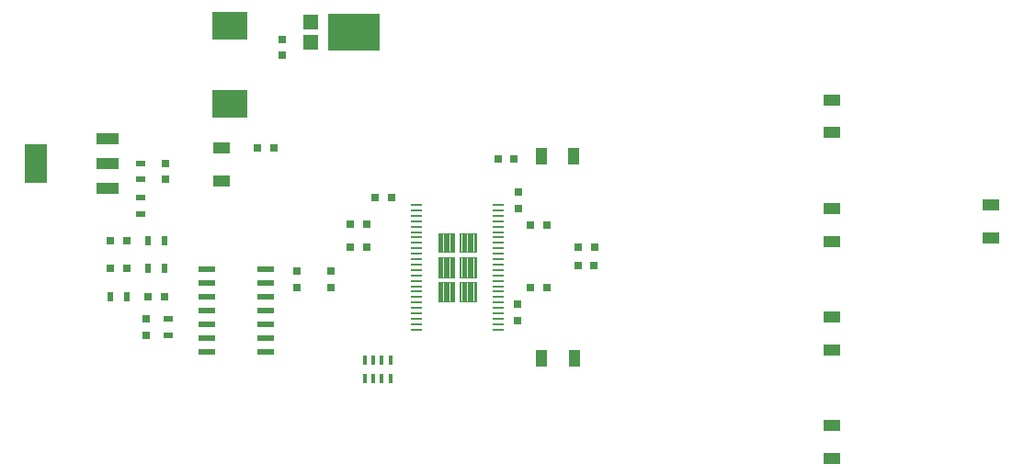
<source format=gtp>
G04 #@! TF.FileFunction,Paste,Top*
%FSLAX46Y46*%
G04 Gerber Fmt 4.6, Leading zero omitted, Abs format (unit mm)*
G04 Created by KiCad (PCBNEW 4.0.2-stable) date 19.06.2016 23:35:53*
%MOMM*%
G01*
G04 APERTURE LIST*
%ADD10C,0.100000*%
%ADD11R,2.032000X3.657600*%
%ADD12R,2.032000X1.016000*%
%ADD13R,0.800000X0.750000*%
%ADD14R,1.000000X1.600000*%
%ADD15R,0.900000X0.500000*%
%ADD16R,1.500000X0.600000*%
%ADD17R,0.750000X0.800000*%
%ADD18R,1.600000X1.000000*%
%ADD19R,0.797560X0.797560*%
%ADD20R,0.500000X0.900000*%
%ADD21R,0.400000X0.900000*%
%ADD22R,3.200000X2.600000*%
%ADD23R,1.000000X0.285000*%
%ADD24R,4.860000X3.360000*%
%ADD25R,1.400000X1.390000*%
G04 APERTURE END LIST*
D10*
X144410000Y-74100000D02*
X144410000Y-75900000D01*
X144310000Y-74100000D02*
X144310000Y-75900000D01*
X144210000Y-74100000D02*
X144210000Y-75900000D01*
X144110000Y-74100000D02*
X144110000Y-75900000D01*
X144010000Y-74100000D02*
X144010000Y-75900000D01*
X143910000Y-74100000D02*
X143910000Y-75900000D01*
X143810000Y-74100000D02*
X143810000Y-75900000D01*
X143710000Y-74100000D02*
X143710000Y-75900000D01*
X143610000Y-74100000D02*
X143610000Y-75900000D01*
X143510000Y-74100000D02*
X143510000Y-75900000D01*
X143410000Y-74100000D02*
X143410000Y-75900000D01*
X143310000Y-74100000D02*
X143310000Y-75900000D01*
X143210000Y-74100000D02*
X143210000Y-75900000D01*
X143110000Y-74100000D02*
X143110000Y-75900000D01*
X144410000Y-71850000D02*
X144410000Y-73600000D01*
X144310000Y-71850000D02*
X144310000Y-73600000D01*
X144210000Y-71850000D02*
X144210000Y-73600000D01*
X144110000Y-71850000D02*
X144110000Y-73600000D01*
X144010000Y-71850000D02*
X144010000Y-73600000D01*
X143910000Y-71850000D02*
X143910000Y-73600000D01*
X143810000Y-71850000D02*
X143810000Y-73600000D01*
X143710000Y-71850000D02*
X143710000Y-73600000D01*
X143610000Y-71850000D02*
X143610000Y-73550000D01*
X143510000Y-71850000D02*
X143510000Y-73600000D01*
X143410000Y-71850000D02*
X143410000Y-73600000D01*
X143310000Y-71850000D02*
X143310000Y-73600000D01*
X143210000Y-71850000D02*
X143210000Y-73600000D01*
X143110000Y-71850000D02*
X143110000Y-73600000D01*
X144510000Y-73600000D02*
X143010000Y-73600000D01*
X144510000Y-71850000D02*
X144510000Y-73600000D01*
X143010000Y-71850000D02*
X144510000Y-71850000D01*
X143010000Y-73600000D02*
X143010000Y-71850000D01*
X144510000Y-75900000D02*
X143010000Y-75900000D01*
X143010000Y-74100000D02*
X144510000Y-74100000D01*
X144510000Y-74100000D02*
X144510000Y-75900000D01*
X143010000Y-75900000D02*
X143010000Y-74100000D01*
X143210000Y-76400000D02*
X143210000Y-78150000D01*
X143610000Y-76400000D02*
X143610000Y-78100000D01*
X143710000Y-76400000D02*
X143710000Y-78150000D01*
X143810000Y-76400000D02*
X143810000Y-78150000D01*
X143910000Y-76400000D02*
X143910000Y-78150000D01*
X144010000Y-76400000D02*
X144010000Y-78150000D01*
X144110000Y-76400000D02*
X144110000Y-78150000D01*
X144210000Y-76400000D02*
X144210000Y-78150000D01*
X144510000Y-78150000D02*
X143010000Y-78150000D01*
X143010000Y-78150000D02*
X143010000Y-76400000D01*
X143110000Y-76400000D02*
X143110000Y-78150000D01*
X144310000Y-76400000D02*
X144310000Y-78150000D01*
X144410000Y-76400000D02*
X144410000Y-78150000D01*
X144510000Y-76400000D02*
X144510000Y-78150000D01*
X143010000Y-76400000D02*
X144510000Y-76400000D01*
X143310000Y-76400000D02*
X143310000Y-78150000D01*
X143410000Y-76400000D02*
X143410000Y-78150000D01*
X143510000Y-76400000D02*
X143510000Y-78150000D01*
X145210000Y-74100000D02*
X145210000Y-75900000D01*
X145610000Y-74100000D02*
X145610000Y-75900000D01*
X145710000Y-74100000D02*
X145710000Y-75900000D01*
X145810000Y-74100000D02*
X145810000Y-75900000D01*
X146510000Y-78150000D02*
X145010000Y-78150000D01*
X145010000Y-78150000D02*
X145010000Y-76400000D01*
X145210000Y-76400000D02*
X145210000Y-78150000D01*
X145310000Y-76400000D02*
X145310000Y-78150000D01*
X146010000Y-76400000D02*
X146010000Y-78150000D01*
X146110000Y-76400000D02*
X146110000Y-78150000D01*
X146410000Y-76400000D02*
X146410000Y-78150000D01*
X146310000Y-76400000D02*
X146310000Y-78150000D01*
X146210000Y-76400000D02*
X146210000Y-78150000D01*
X146510000Y-76400000D02*
X146510000Y-78150000D01*
X145010000Y-76400000D02*
X146510000Y-76400000D01*
X145110000Y-76400000D02*
X145110000Y-78150000D01*
X145410000Y-76400000D02*
X145410000Y-78150000D01*
X145910000Y-76400000D02*
X145910000Y-78150000D01*
X145710000Y-76400000D02*
X145710000Y-78150000D01*
X145610000Y-76400000D02*
X145610000Y-78100000D01*
X145810000Y-76400000D02*
X145810000Y-78150000D01*
X145510000Y-76400000D02*
X145510000Y-78150000D01*
X146510000Y-74100000D02*
X146510000Y-75900000D01*
X146510000Y-75900000D02*
X145010000Y-75900000D01*
X145010000Y-75900000D02*
X145010000Y-74100000D01*
X145110000Y-74100000D02*
X145110000Y-75900000D01*
X146310000Y-74100000D02*
X146310000Y-75900000D01*
X146410000Y-74100000D02*
X146410000Y-75900000D01*
X145010000Y-74100000D02*
X146510000Y-74100000D01*
X145310000Y-74100000D02*
X145310000Y-75900000D01*
X145410000Y-74100000D02*
X145410000Y-75900000D01*
X145510000Y-74100000D02*
X145510000Y-75900000D01*
X145910000Y-74100000D02*
X145910000Y-75900000D01*
X146010000Y-74100000D02*
X146010000Y-75900000D01*
X146110000Y-74100000D02*
X146110000Y-75900000D01*
X146210000Y-74100000D02*
X146210000Y-75900000D01*
X145010000Y-71850000D02*
X146510000Y-71850000D01*
X145210000Y-71850000D02*
X145210000Y-73600000D01*
X146410000Y-71850000D02*
X146410000Y-73600000D01*
X146510000Y-71850000D02*
X146510000Y-73600000D01*
X146010000Y-71850000D02*
X146010000Y-73600000D01*
X146310000Y-71850000D02*
X146310000Y-73600000D01*
X146110000Y-71850000D02*
X146110000Y-73600000D01*
X145910000Y-71850000D02*
X145910000Y-73600000D01*
X146210000Y-71850000D02*
X146210000Y-73600000D01*
X146510000Y-73600000D02*
X145010000Y-73600000D01*
X145310000Y-71850000D02*
X145310000Y-73600000D01*
X145010000Y-73600000D02*
X145010000Y-71850000D01*
X145110000Y-71850000D02*
X145110000Y-73600000D01*
X145410000Y-71850000D02*
X145410000Y-73600000D01*
X145810000Y-71850000D02*
X145810000Y-73600000D01*
X145710000Y-71850000D02*
X145710000Y-73600000D01*
X145510000Y-71850000D02*
X145510000Y-73600000D01*
X145610000Y-71850000D02*
X145610000Y-73550000D01*
D11*
X105918000Y-65405000D03*
D12*
X112522000Y-65405000D03*
X112522000Y-63119000D03*
X112522000Y-67691000D03*
D13*
X148513800Y-64998600D03*
X150013800Y-64998600D03*
D14*
X152506560Y-64770000D03*
X155506560Y-64770000D03*
D15*
X118110000Y-79768000D03*
X118110000Y-81268000D03*
D16*
X121723200Y-75184000D03*
X121723200Y-76454000D03*
X121723200Y-77724000D03*
X121723200Y-78994000D03*
X121723200Y-80264000D03*
X121723200Y-81534000D03*
X121723200Y-82804000D03*
X127123200Y-82804000D03*
X127123200Y-81534000D03*
X127123200Y-80264000D03*
X127123200Y-78994000D03*
X127123200Y-77724000D03*
X127123200Y-76454000D03*
X127123200Y-75184000D03*
D13*
X116292738Y-77724000D03*
X117792738Y-77724000D03*
D17*
X116078000Y-81268000D03*
X116078000Y-79768000D03*
X133159500Y-75386500D03*
X133159500Y-76886500D03*
D13*
X134933000Y-70993000D03*
X136433000Y-70993000D03*
X134933000Y-73152000D03*
X136433000Y-73152000D03*
X137198680Y-68559680D03*
X138698680Y-68559680D03*
X157397460Y-73149460D03*
X155897460Y-73149460D03*
D17*
X150389600Y-69605020D03*
X150389600Y-68105020D03*
X150361660Y-78392020D03*
X150361660Y-79892020D03*
D13*
X153045300Y-71117460D03*
X151545300Y-71117460D03*
X153042760Y-76868020D03*
X151542760Y-76868020D03*
X157390540Y-74848720D03*
X155890540Y-74848720D03*
D14*
X152530560Y-83367880D03*
X155530560Y-83367880D03*
D18*
X179287180Y-62600000D03*
X179287180Y-59600000D03*
X179264320Y-72600000D03*
X179264320Y-69600000D03*
X179264320Y-82600000D03*
X179264320Y-79600000D03*
X179271940Y-92600000D03*
X179271940Y-89600000D03*
D19*
X112803700Y-75057000D03*
X114302300Y-75057000D03*
X112803700Y-72511250D03*
X114302300Y-72511250D03*
D20*
X112803000Y-77724000D03*
X114303000Y-77724000D03*
X116292738Y-75051250D03*
X117792738Y-75051250D03*
D15*
X115570000Y-66905000D03*
X115570000Y-65405000D03*
D20*
X116292738Y-72511250D03*
X117792738Y-72511250D03*
D15*
X115570000Y-68592000D03*
X115570000Y-70092000D03*
D17*
X129984500Y-75377040D03*
X129984500Y-76877040D03*
X117856000Y-65417000D03*
X117856000Y-66917000D03*
D18*
X123063000Y-64008000D03*
X123063000Y-67008000D03*
D21*
X137826700Y-83592300D03*
X137026700Y-83592300D03*
X138626700Y-83592300D03*
X136226700Y-83592300D03*
X138626700Y-85292300D03*
X137826700Y-85292300D03*
X137026700Y-85292300D03*
X136226700Y-85292300D03*
D18*
X193929000Y-69263000D03*
X193929000Y-72263000D03*
D13*
X127877000Y-64008000D03*
X126377000Y-64008000D03*
D17*
X128651000Y-53975000D03*
X128651000Y-55475000D03*
D22*
X123825000Y-59905000D03*
X123825000Y-52705000D03*
D23*
X141010000Y-69250000D03*
X141010000Y-69750000D03*
X141010000Y-70250000D03*
X141010000Y-70750000D03*
X141010000Y-71250000D03*
X141010000Y-71750000D03*
X141010000Y-72250000D03*
X141010000Y-72750000D03*
X141010000Y-73250000D03*
X141010000Y-73750000D03*
X141010000Y-74250000D03*
X141010000Y-74750000D03*
X141010000Y-75250000D03*
X141010000Y-75750000D03*
X141010000Y-76250000D03*
X141010000Y-76750000D03*
X141010000Y-77250000D03*
X141010000Y-77750000D03*
X141010000Y-78250000D03*
X141010000Y-78750000D03*
X141010000Y-79250000D03*
X141010000Y-79750000D03*
X141010000Y-80250000D03*
X141010000Y-80750000D03*
X148510000Y-80750000D03*
X148510000Y-80250000D03*
X148510000Y-79750000D03*
X148510000Y-79250000D03*
X148510000Y-78750000D03*
X148510000Y-78250000D03*
X148510000Y-77750000D03*
X148510000Y-77250000D03*
X148510000Y-76750000D03*
X148510000Y-76250000D03*
X148510000Y-75750000D03*
X148510000Y-75250000D03*
X148510000Y-74750000D03*
X148510000Y-74250000D03*
X148510000Y-73750000D03*
X148510000Y-73250000D03*
X148510000Y-72750000D03*
X148510000Y-72250000D03*
X148510000Y-71750000D03*
X148510000Y-71250000D03*
X148510000Y-70750000D03*
X148510000Y-70250000D03*
X148510000Y-69750000D03*
X148510000Y-69250000D03*
D24*
X135255000Y-53340000D03*
D25*
X131273000Y-52420000D03*
X131273000Y-54260000D03*
M02*

</source>
